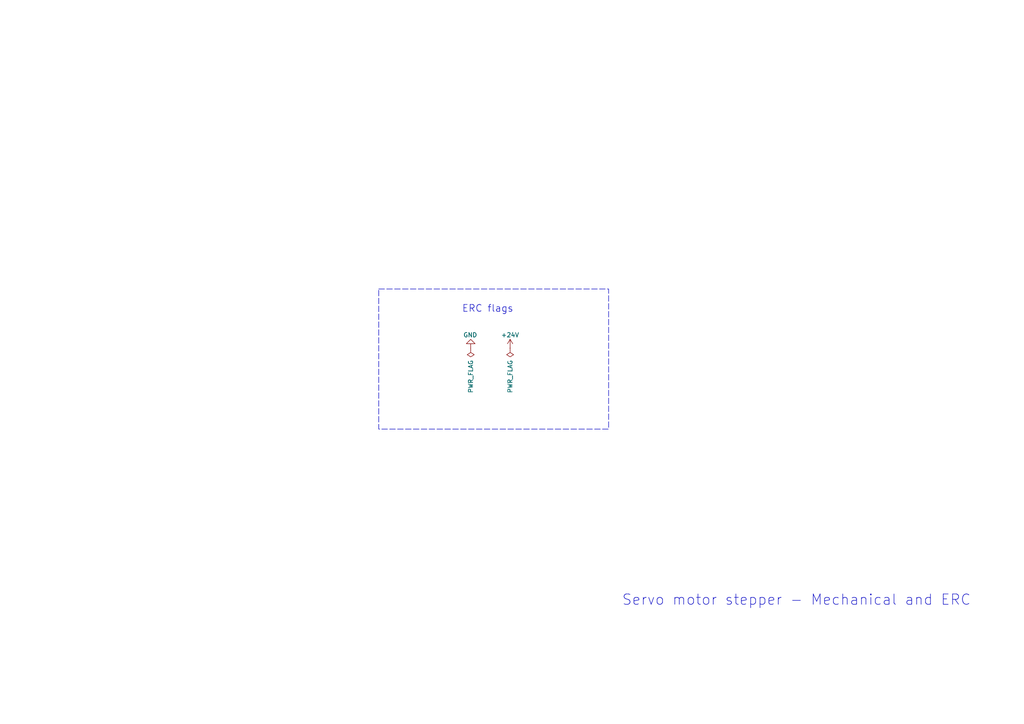
<source format=kicad_sch>
(kicad_sch (version 20231120) (generator "eeschema") (generator_version "8.0")
  (paper "A4")
  (title_block (title "Servo motor stepper M3 - Mechanical and ERC") (date "2024-08-19") (rev "V10"))
  (lib_symbols
    (symbol "power:+24V" (power) (pin_names (offset 0))
      (property "Value" "+24V" (at 0 3.556 0))
      (symbol "+24V_0_1"
        (polyline (pts (xy -0.762 1.27) (xy 0 2.54)))
        (polyline (pts (xy 0 0) (xy 0 2.54)))
        (polyline (pts (xy 0 2.54) (xy 0.762 1.27)))
      )
      (symbol "+24V_1_1"
        (pin power_in line (at 0 0 90) (length 0) hide (name "+24V") (number "1"))
      )
    )
    (symbol "power:GND" (power) (pin_names (offset 0))
      (property "Value" "GND" (at 0 -3.81 0))
      (symbol "GND_0_1"
        (polyline (pts (xy 0 0) (xy 0 -1.27) (xy 1.27 -1.27) (xy 0 -2.54) (xy -1.27 -1.27) (xy 0 -1.27)))
      )
      (symbol "GND_1_1"
        (pin power_in line (at 0 0 270) (length 0) hide (name "GND") (number "1"))
      )
    )
    (symbol "power:PWR_FLAG" (power) (pin_numbers hide) (pin_names (offset 0) hide)
      (property "Value" "PWR_FLAG" (at 0 3.81 0))
      (symbol "PWR_FLAG_0_0"
        (pin power_out line (at 0 0 90) (length 0) (name "pwr") (number "1"))
      )
      (symbol "PWR_FLAG_0_1"
        (polyline (pts (xy 0 0) (xy 0 1.27) (xy -1.016 1.905) (xy 0 2.54) (xy 1.016 1.905) (xy 0 1.27)))
      )
    )
  )
  (rectangle (start 109.855 83.82) (end 176.53 124.46) (stroke (width 0) (type dash)))
  (text "ERC flags" (at 133.985 90.805 0) (effects (font (size 2 2)) (justify left bottom)))
  (text "Servo motor stepper - Mechanical and ERC" (at 180.34 175.895 0) (effects (font (size 3 3)) (justify left bottom)))
  (symbol (lib_id "power:+24V") (at 147.955 100.965 0) (unit 1)
    (property "Reference" "#PWR046" (effects (hide yes)))
    (property "Value" "+24V" (at 147.955 97.155 0))
  )
  (symbol (lib_id "power:GND") (at 136.525 100.965 180) (unit 1)
    (property "Reference" "#PWR052" (effects (hide yes)))
    (property "Value" "GND" (at 138.43 97.155 0) (effects (justify left)))
  )
  (symbol (lib_id "power:PWR_FLAG") (at 147.955 100.965 180) (unit 1)
    (property "Reference" "#FLG04" (effects (hide yes)))
    (property "Value" "PWR_FLAG" (at 147.955 109.22 90))
  )
  (symbol (lib_id "power:PWR_FLAG") (at 136.525 100.965 180) (unit 1)
    (property "Reference" "#FLG02" (effects (hide yes)))
    (property "Value" "PWR_FLAG" (at 136.525 109.22 90))
  )
)
</source>
